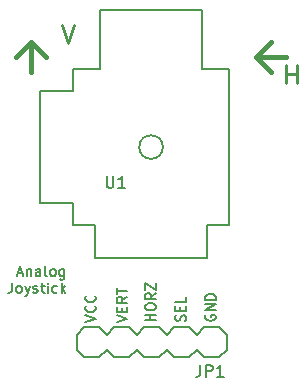
<source format=gbr>
%TF.GenerationSoftware,KiCad,Pcbnew,8.0.4*%
%TF.CreationDate,2024-08-30T21:23:55-04:00*%
%TF.ProjectId,thumbstick-breakout,7468756d-6273-4746-9963-6b2d62726561,rev.01*%
%TF.SameCoordinates,Original*%
%TF.FileFunction,Legend,Top*%
%TF.FilePolarity,Positive*%
%FSLAX46Y46*%
G04 Gerber Fmt 4.6, Leading zero omitted, Abs format (unit mm)*
G04 Created by KiCad (PCBNEW 8.0.4) date 2024-08-30 21:23:55*
%MOMM*%
%LPD*%
G01*
G04 APERTURE LIST*
%ADD10C,0.406400*%
%ADD11C,0.152400*%
%ADD12C,0.266700*%
%ADD13C,0.150000*%
%ADD14C,0.203200*%
%ADD15C,0.200000*%
G04 APERTURE END LIST*
D10*
X158890000Y-92380000D02*
X160160000Y-91110000D01*
X139840000Y-91110000D02*
X141110000Y-92380000D01*
X161430000Y-92380000D02*
X158890000Y-92380000D01*
X139840000Y-91110000D02*
X138570000Y-92380000D01*
X158890000Y-92380000D02*
X160160000Y-93650000D01*
X139840000Y-93650000D02*
X139840000Y-91110000D01*
D11*
X138707758Y-110688644D02*
X139118996Y-110688644D01*
X138625510Y-110935387D02*
X138913377Y-110071787D01*
X138913377Y-110071787D02*
X139201243Y-110935387D01*
X139489111Y-110359654D02*
X139489111Y-110935387D01*
X139489111Y-110441902D02*
X139530234Y-110400778D01*
X139530234Y-110400778D02*
X139612482Y-110359654D01*
X139612482Y-110359654D02*
X139735853Y-110359654D01*
X139735853Y-110359654D02*
X139818101Y-110400778D01*
X139818101Y-110400778D02*
X139859225Y-110483025D01*
X139859225Y-110483025D02*
X139859225Y-110935387D01*
X140640577Y-110935387D02*
X140640577Y-110483025D01*
X140640577Y-110483025D02*
X140599453Y-110400778D01*
X140599453Y-110400778D02*
X140517205Y-110359654D01*
X140517205Y-110359654D02*
X140352710Y-110359654D01*
X140352710Y-110359654D02*
X140270463Y-110400778D01*
X140640577Y-110894264D02*
X140558329Y-110935387D01*
X140558329Y-110935387D02*
X140352710Y-110935387D01*
X140352710Y-110935387D02*
X140270463Y-110894264D01*
X140270463Y-110894264D02*
X140229339Y-110812016D01*
X140229339Y-110812016D02*
X140229339Y-110729768D01*
X140229339Y-110729768D02*
X140270463Y-110647521D01*
X140270463Y-110647521D02*
X140352710Y-110606397D01*
X140352710Y-110606397D02*
X140558329Y-110606397D01*
X140558329Y-110606397D02*
X140640577Y-110565273D01*
X141175186Y-110935387D02*
X141092938Y-110894264D01*
X141092938Y-110894264D02*
X141051815Y-110812016D01*
X141051815Y-110812016D02*
X141051815Y-110071787D01*
X141627548Y-110935387D02*
X141545300Y-110894264D01*
X141545300Y-110894264D02*
X141504177Y-110853140D01*
X141504177Y-110853140D02*
X141463053Y-110770892D01*
X141463053Y-110770892D02*
X141463053Y-110524149D01*
X141463053Y-110524149D02*
X141504177Y-110441902D01*
X141504177Y-110441902D02*
X141545300Y-110400778D01*
X141545300Y-110400778D02*
X141627548Y-110359654D01*
X141627548Y-110359654D02*
X141750919Y-110359654D01*
X141750919Y-110359654D02*
X141833167Y-110400778D01*
X141833167Y-110400778D02*
X141874291Y-110441902D01*
X141874291Y-110441902D02*
X141915415Y-110524149D01*
X141915415Y-110524149D02*
X141915415Y-110770892D01*
X141915415Y-110770892D02*
X141874291Y-110853140D01*
X141874291Y-110853140D02*
X141833167Y-110894264D01*
X141833167Y-110894264D02*
X141750919Y-110935387D01*
X141750919Y-110935387D02*
X141627548Y-110935387D01*
X142655643Y-110359654D02*
X142655643Y-111058759D01*
X142655643Y-111058759D02*
X142614519Y-111141006D01*
X142614519Y-111141006D02*
X142573395Y-111182130D01*
X142573395Y-111182130D02*
X142491148Y-111223254D01*
X142491148Y-111223254D02*
X142367776Y-111223254D01*
X142367776Y-111223254D02*
X142285529Y-111182130D01*
X142655643Y-110894264D02*
X142573395Y-110935387D01*
X142573395Y-110935387D02*
X142408900Y-110935387D01*
X142408900Y-110935387D02*
X142326652Y-110894264D01*
X142326652Y-110894264D02*
X142285529Y-110853140D01*
X142285529Y-110853140D02*
X142244405Y-110770892D01*
X142244405Y-110770892D02*
X142244405Y-110524149D01*
X142244405Y-110524149D02*
X142285529Y-110441902D01*
X142285529Y-110441902D02*
X142326652Y-110400778D01*
X142326652Y-110400778D02*
X142408900Y-110359654D01*
X142408900Y-110359654D02*
X142573395Y-110359654D01*
X142573395Y-110359654D02*
X142655643Y-110400778D01*
X154651911Y-114227756D02*
X154610787Y-114310003D01*
X154610787Y-114310003D02*
X154610787Y-114433375D01*
X154610787Y-114433375D02*
X154651911Y-114556746D01*
X154651911Y-114556746D02*
X154734159Y-114638994D01*
X154734159Y-114638994D02*
X154816406Y-114680117D01*
X154816406Y-114680117D02*
X154980902Y-114721241D01*
X154980902Y-114721241D02*
X155104273Y-114721241D01*
X155104273Y-114721241D02*
X155268768Y-114680117D01*
X155268768Y-114680117D02*
X155351016Y-114638994D01*
X155351016Y-114638994D02*
X155433264Y-114556746D01*
X155433264Y-114556746D02*
X155474387Y-114433375D01*
X155474387Y-114433375D02*
X155474387Y-114351127D01*
X155474387Y-114351127D02*
X155433264Y-114227756D01*
X155433264Y-114227756D02*
X155392140Y-114186632D01*
X155392140Y-114186632D02*
X155104273Y-114186632D01*
X155104273Y-114186632D02*
X155104273Y-114351127D01*
X155474387Y-113816517D02*
X154610787Y-113816517D01*
X154610787Y-113816517D02*
X155474387Y-113323032D01*
X155474387Y-113323032D02*
X154610787Y-113323032D01*
X155474387Y-112911793D02*
X154610787Y-112911793D01*
X154610787Y-112911793D02*
X154610787Y-112706174D01*
X154610787Y-112706174D02*
X154651911Y-112582803D01*
X154651911Y-112582803D02*
X154734159Y-112500555D01*
X154734159Y-112500555D02*
X154816406Y-112459432D01*
X154816406Y-112459432D02*
X154980902Y-112418308D01*
X154980902Y-112418308D02*
X155104273Y-112418308D01*
X155104273Y-112418308D02*
X155268768Y-112459432D01*
X155268768Y-112459432D02*
X155351016Y-112500555D01*
X155351016Y-112500555D02*
X155433264Y-112582803D01*
X155433264Y-112582803D02*
X155474387Y-112706174D01*
X155474387Y-112706174D02*
X155474387Y-112911793D01*
X152893264Y-114721241D02*
X152934387Y-114597870D01*
X152934387Y-114597870D02*
X152934387Y-114392251D01*
X152934387Y-114392251D02*
X152893264Y-114310003D01*
X152893264Y-114310003D02*
X152852140Y-114268879D01*
X152852140Y-114268879D02*
X152769892Y-114227756D01*
X152769892Y-114227756D02*
X152687644Y-114227756D01*
X152687644Y-114227756D02*
X152605397Y-114268879D01*
X152605397Y-114268879D02*
X152564273Y-114310003D01*
X152564273Y-114310003D02*
X152523149Y-114392251D01*
X152523149Y-114392251D02*
X152482025Y-114556746D01*
X152482025Y-114556746D02*
X152440902Y-114638994D01*
X152440902Y-114638994D02*
X152399778Y-114680117D01*
X152399778Y-114680117D02*
X152317530Y-114721241D01*
X152317530Y-114721241D02*
X152235283Y-114721241D01*
X152235283Y-114721241D02*
X152153035Y-114680117D01*
X152153035Y-114680117D02*
X152111911Y-114638994D01*
X152111911Y-114638994D02*
X152070787Y-114556746D01*
X152070787Y-114556746D02*
X152070787Y-114351127D01*
X152070787Y-114351127D02*
X152111911Y-114227756D01*
X152482025Y-113857641D02*
X152482025Y-113569775D01*
X152934387Y-113446403D02*
X152934387Y-113857641D01*
X152934387Y-113857641D02*
X152070787Y-113857641D01*
X152070787Y-113857641D02*
X152070787Y-113446403D01*
X152934387Y-112665051D02*
X152934387Y-113076289D01*
X152934387Y-113076289D02*
X152070787Y-113076289D01*
X147117787Y-114803489D02*
X147981387Y-114515622D01*
X147981387Y-114515622D02*
X147117787Y-114227756D01*
X147529025Y-113939888D02*
X147529025Y-113652022D01*
X147981387Y-113528650D02*
X147981387Y-113939888D01*
X147981387Y-113939888D02*
X147117787Y-113939888D01*
X147117787Y-113939888D02*
X147117787Y-113528650D01*
X147981387Y-112665051D02*
X147570149Y-112952917D01*
X147981387Y-113158536D02*
X147117787Y-113158536D01*
X147117787Y-113158536D02*
X147117787Y-112829546D01*
X147117787Y-112829546D02*
X147158911Y-112747298D01*
X147158911Y-112747298D02*
X147200035Y-112706175D01*
X147200035Y-112706175D02*
X147282283Y-112665051D01*
X147282283Y-112665051D02*
X147405654Y-112665051D01*
X147405654Y-112665051D02*
X147487902Y-112706175D01*
X147487902Y-112706175D02*
X147529025Y-112747298D01*
X147529025Y-112747298D02*
X147570149Y-112829546D01*
X147570149Y-112829546D02*
X147570149Y-113158536D01*
X147117787Y-112418308D02*
X147117787Y-111924822D01*
X147981387Y-112171565D02*
X147117787Y-112171565D01*
X150394387Y-114680117D02*
X149530787Y-114680117D01*
X149942025Y-114680117D02*
X149942025Y-114186632D01*
X150394387Y-114186632D02*
X149530787Y-114186632D01*
X149530787Y-113610898D02*
X149530787Y-113446403D01*
X149530787Y-113446403D02*
X149571911Y-113364155D01*
X149571911Y-113364155D02*
X149654159Y-113281908D01*
X149654159Y-113281908D02*
X149818654Y-113240784D01*
X149818654Y-113240784D02*
X150106521Y-113240784D01*
X150106521Y-113240784D02*
X150271016Y-113281908D01*
X150271016Y-113281908D02*
X150353264Y-113364155D01*
X150353264Y-113364155D02*
X150394387Y-113446403D01*
X150394387Y-113446403D02*
X150394387Y-113610898D01*
X150394387Y-113610898D02*
X150353264Y-113693146D01*
X150353264Y-113693146D02*
X150271016Y-113775393D01*
X150271016Y-113775393D02*
X150106521Y-113816517D01*
X150106521Y-113816517D02*
X149818654Y-113816517D01*
X149818654Y-113816517D02*
X149654159Y-113775393D01*
X149654159Y-113775393D02*
X149571911Y-113693146D01*
X149571911Y-113693146D02*
X149530787Y-113610898D01*
X150394387Y-112377184D02*
X149983149Y-112665050D01*
X150394387Y-112870669D02*
X149530787Y-112870669D01*
X149530787Y-112870669D02*
X149530787Y-112541679D01*
X149530787Y-112541679D02*
X149571911Y-112459431D01*
X149571911Y-112459431D02*
X149613035Y-112418308D01*
X149613035Y-112418308D02*
X149695283Y-112377184D01*
X149695283Y-112377184D02*
X149818654Y-112377184D01*
X149818654Y-112377184D02*
X149900902Y-112418308D01*
X149900902Y-112418308D02*
X149942025Y-112459431D01*
X149942025Y-112459431D02*
X149983149Y-112541679D01*
X149983149Y-112541679D02*
X149983149Y-112870669D01*
X149530787Y-112089317D02*
X149530787Y-111513584D01*
X149530787Y-111513584D02*
X150394387Y-112089317D01*
X150394387Y-112089317D02*
X150394387Y-111513584D01*
X144450787Y-114803489D02*
X145314387Y-114515622D01*
X145314387Y-114515622D02*
X144450787Y-114227756D01*
X145232140Y-113446403D02*
X145273264Y-113487527D01*
X145273264Y-113487527D02*
X145314387Y-113610898D01*
X145314387Y-113610898D02*
X145314387Y-113693146D01*
X145314387Y-113693146D02*
X145273264Y-113816517D01*
X145273264Y-113816517D02*
X145191016Y-113898765D01*
X145191016Y-113898765D02*
X145108768Y-113939888D01*
X145108768Y-113939888D02*
X144944273Y-113981012D01*
X144944273Y-113981012D02*
X144820902Y-113981012D01*
X144820902Y-113981012D02*
X144656406Y-113939888D01*
X144656406Y-113939888D02*
X144574159Y-113898765D01*
X144574159Y-113898765D02*
X144491911Y-113816517D01*
X144491911Y-113816517D02*
X144450787Y-113693146D01*
X144450787Y-113693146D02*
X144450787Y-113610898D01*
X144450787Y-113610898D02*
X144491911Y-113487527D01*
X144491911Y-113487527D02*
X144533035Y-113446403D01*
X145232140Y-112582803D02*
X145273264Y-112623927D01*
X145273264Y-112623927D02*
X145314387Y-112747298D01*
X145314387Y-112747298D02*
X145314387Y-112829546D01*
X145314387Y-112829546D02*
X145273264Y-112952917D01*
X145273264Y-112952917D02*
X145191016Y-113035165D01*
X145191016Y-113035165D02*
X145108768Y-113076288D01*
X145108768Y-113076288D02*
X144944273Y-113117412D01*
X144944273Y-113117412D02*
X144820902Y-113117412D01*
X144820902Y-113117412D02*
X144656406Y-113076288D01*
X144656406Y-113076288D02*
X144574159Y-113035165D01*
X144574159Y-113035165D02*
X144491911Y-112952917D01*
X144491911Y-112952917D02*
X144450787Y-112829546D01*
X144450787Y-112829546D02*
X144450787Y-112747298D01*
X144450787Y-112747298D02*
X144491911Y-112623927D01*
X144491911Y-112623927D02*
X144533035Y-112582803D01*
D12*
X142445393Y-89653876D02*
X142949160Y-91165176D01*
X142949160Y-91165176D02*
X143452926Y-89653876D01*
D11*
X138233624Y-111468787D02*
X138233624Y-112085644D01*
X138233624Y-112085644D02*
X138192501Y-112209016D01*
X138192501Y-112209016D02*
X138110253Y-112291264D01*
X138110253Y-112291264D02*
X137986882Y-112332387D01*
X137986882Y-112332387D02*
X137904634Y-112332387D01*
X138768234Y-112332387D02*
X138685986Y-112291264D01*
X138685986Y-112291264D02*
X138644863Y-112250140D01*
X138644863Y-112250140D02*
X138603739Y-112167892D01*
X138603739Y-112167892D02*
X138603739Y-111921149D01*
X138603739Y-111921149D02*
X138644863Y-111838902D01*
X138644863Y-111838902D02*
X138685986Y-111797778D01*
X138685986Y-111797778D02*
X138768234Y-111756654D01*
X138768234Y-111756654D02*
X138891605Y-111756654D01*
X138891605Y-111756654D02*
X138973853Y-111797778D01*
X138973853Y-111797778D02*
X139014977Y-111838902D01*
X139014977Y-111838902D02*
X139056101Y-111921149D01*
X139056101Y-111921149D02*
X139056101Y-112167892D01*
X139056101Y-112167892D02*
X139014977Y-112250140D01*
X139014977Y-112250140D02*
X138973853Y-112291264D01*
X138973853Y-112291264D02*
X138891605Y-112332387D01*
X138891605Y-112332387D02*
X138768234Y-112332387D01*
X139343967Y-111756654D02*
X139549586Y-112332387D01*
X139755205Y-111756654D02*
X139549586Y-112332387D01*
X139549586Y-112332387D02*
X139467338Y-112538006D01*
X139467338Y-112538006D02*
X139426215Y-112579130D01*
X139426215Y-112579130D02*
X139343967Y-112620254D01*
X140043072Y-112291264D02*
X140125319Y-112332387D01*
X140125319Y-112332387D02*
X140289815Y-112332387D01*
X140289815Y-112332387D02*
X140372062Y-112291264D01*
X140372062Y-112291264D02*
X140413186Y-112209016D01*
X140413186Y-112209016D02*
X140413186Y-112167892D01*
X140413186Y-112167892D02*
X140372062Y-112085644D01*
X140372062Y-112085644D02*
X140289815Y-112044521D01*
X140289815Y-112044521D02*
X140166443Y-112044521D01*
X140166443Y-112044521D02*
X140084196Y-112003397D01*
X140084196Y-112003397D02*
X140043072Y-111921149D01*
X140043072Y-111921149D02*
X140043072Y-111880025D01*
X140043072Y-111880025D02*
X140084196Y-111797778D01*
X140084196Y-111797778D02*
X140166443Y-111756654D01*
X140166443Y-111756654D02*
X140289815Y-111756654D01*
X140289815Y-111756654D02*
X140372062Y-111797778D01*
X140659929Y-111756654D02*
X140988920Y-111756654D01*
X140783301Y-111468787D02*
X140783301Y-112209016D01*
X140783301Y-112209016D02*
X140824424Y-112291264D01*
X140824424Y-112291264D02*
X140906672Y-112332387D01*
X140906672Y-112332387D02*
X140988920Y-112332387D01*
X141276787Y-112332387D02*
X141276787Y-111756654D01*
X141276787Y-111468787D02*
X141235663Y-111509911D01*
X141235663Y-111509911D02*
X141276787Y-111551035D01*
X141276787Y-111551035D02*
X141317910Y-111509911D01*
X141317910Y-111509911D02*
X141276787Y-111468787D01*
X141276787Y-111468787D02*
X141276787Y-111551035D01*
X142058139Y-112291264D02*
X141975891Y-112332387D01*
X141975891Y-112332387D02*
X141811396Y-112332387D01*
X141811396Y-112332387D02*
X141729148Y-112291264D01*
X141729148Y-112291264D02*
X141688025Y-112250140D01*
X141688025Y-112250140D02*
X141646901Y-112167892D01*
X141646901Y-112167892D02*
X141646901Y-111921149D01*
X141646901Y-111921149D02*
X141688025Y-111838902D01*
X141688025Y-111838902D02*
X141729148Y-111797778D01*
X141729148Y-111797778D02*
X141811396Y-111756654D01*
X141811396Y-111756654D02*
X141975891Y-111756654D01*
X141975891Y-111756654D02*
X142058139Y-111797778D01*
X142428254Y-112332387D02*
X142428254Y-111468787D01*
X142510501Y-112003397D02*
X142757244Y-112332387D01*
X142757244Y-111756654D02*
X142428254Y-112085644D01*
D12*
X161457293Y-94594176D02*
X161457293Y-93082876D01*
X161457293Y-93802543D02*
X162320893Y-93802543D01*
X162320893Y-94594176D02*
X162320893Y-93082876D01*
D13*
X154166666Y-118454819D02*
X154166666Y-119169104D01*
X154166666Y-119169104D02*
X154119047Y-119311961D01*
X154119047Y-119311961D02*
X154023809Y-119407200D01*
X154023809Y-119407200D02*
X153880952Y-119454819D01*
X153880952Y-119454819D02*
X153785714Y-119454819D01*
X154642857Y-119454819D02*
X154642857Y-118454819D01*
X154642857Y-118454819D02*
X155023809Y-118454819D01*
X155023809Y-118454819D02*
X155119047Y-118502438D01*
X155119047Y-118502438D02*
X155166666Y-118550057D01*
X155166666Y-118550057D02*
X155214285Y-118645295D01*
X155214285Y-118645295D02*
X155214285Y-118788152D01*
X155214285Y-118788152D02*
X155166666Y-118883390D01*
X155166666Y-118883390D02*
X155119047Y-118931009D01*
X155119047Y-118931009D02*
X155023809Y-118978628D01*
X155023809Y-118978628D02*
X154642857Y-118978628D01*
X156166666Y-119454819D02*
X155595238Y-119454819D01*
X155880952Y-119454819D02*
X155880952Y-118454819D01*
X155880952Y-118454819D02*
X155785714Y-118597676D01*
X155785714Y-118597676D02*
X155690476Y-118692914D01*
X155690476Y-118692914D02*
X155595238Y-118740533D01*
X146238095Y-102454819D02*
X146238095Y-103264342D01*
X146238095Y-103264342D02*
X146285714Y-103359580D01*
X146285714Y-103359580D02*
X146333333Y-103407200D01*
X146333333Y-103407200D02*
X146428571Y-103454819D01*
X146428571Y-103454819D02*
X146619047Y-103454819D01*
X146619047Y-103454819D02*
X146714285Y-103407200D01*
X146714285Y-103407200D02*
X146761904Y-103359580D01*
X146761904Y-103359580D02*
X146809523Y-103264342D01*
X146809523Y-103264342D02*
X146809523Y-102454819D01*
X147809523Y-103454819D02*
X147238095Y-103454819D01*
X147523809Y-103454819D02*
X147523809Y-102454819D01*
X147523809Y-102454819D02*
X147428571Y-102597676D01*
X147428571Y-102597676D02*
X147333333Y-102692914D01*
X147333333Y-102692914D02*
X147238095Y-102740533D01*
D14*
%TO.C,JP1*%
X143690000Y-115875000D02*
X143690000Y-117145000D01*
X143690000Y-117145000D02*
X144325000Y-117780000D01*
X144325000Y-115240000D02*
X143690000Y-115875000D01*
X144325000Y-115240000D02*
X145595000Y-115240000D01*
X145595000Y-115240000D02*
X146230000Y-115875000D01*
X145595000Y-117780000D02*
X144325000Y-117780000D01*
X146230000Y-115875000D02*
X146865000Y-115240000D01*
X146230000Y-117145000D02*
X145595000Y-117780000D01*
X146865000Y-115240000D02*
X148135000Y-115240000D01*
X146865000Y-117780000D02*
X146230000Y-117145000D01*
X148135000Y-115240000D02*
X148770000Y-115875000D01*
X148135000Y-117780000D02*
X146865000Y-117780000D01*
X148770000Y-115875000D02*
X149405000Y-115240000D01*
X148770000Y-117145000D02*
X148135000Y-117780000D01*
X149405000Y-115240000D02*
X150675000Y-115240000D01*
X149405000Y-117780000D02*
X148770000Y-117145000D01*
X150675000Y-115240000D02*
X151310000Y-115875000D01*
X150675000Y-117780000D02*
X149405000Y-117780000D01*
X151310000Y-117145000D02*
X150675000Y-117780000D01*
X151310000Y-117145000D02*
X151945000Y-117780000D01*
X151945000Y-115240000D02*
X151310000Y-115875000D01*
X151945000Y-115240000D02*
X153215000Y-115240000D01*
X153215000Y-115240000D02*
X153850000Y-115875000D01*
X153215000Y-117780000D02*
X151945000Y-117780000D01*
X153850000Y-115875000D02*
X154485000Y-115240000D01*
X153850000Y-117145000D02*
X153215000Y-117780000D01*
X154485000Y-115240000D02*
X155755000Y-115240000D01*
X154485000Y-117780000D02*
X153850000Y-117145000D01*
X155755000Y-115240000D02*
X156390000Y-115875000D01*
X155755000Y-117780000D02*
X154485000Y-117780000D01*
X156390000Y-115875000D02*
X156390000Y-117145000D01*
X156390000Y-117145000D02*
X155755000Y-117780000D01*
D15*
%TO.C,U1*%
X151000000Y-100000000D02*
G75*
G02*
X149000000Y-100000000I-1000000J0D01*
G01*
X149000000Y-100000000D02*
G75*
G02*
X151000000Y-100000000I1000000J0D01*
G01*
X154300000Y-93425000D02*
X156575000Y-93425000D01*
X156575000Y-106575000D01*
X154750000Y-106575000D01*
X154750000Y-109400000D01*
X145250000Y-109400000D01*
X145250000Y-106575000D01*
X143425000Y-106575000D01*
X143425000Y-104750000D01*
X140600000Y-104750000D01*
X140600000Y-95250000D01*
X143425000Y-95250000D01*
X143425000Y-93425000D01*
X145700000Y-93425000D01*
X145700000Y-88400000D01*
X154300000Y-88400000D01*
X154300000Y-93425000D01*
%TD*%
M02*

</source>
